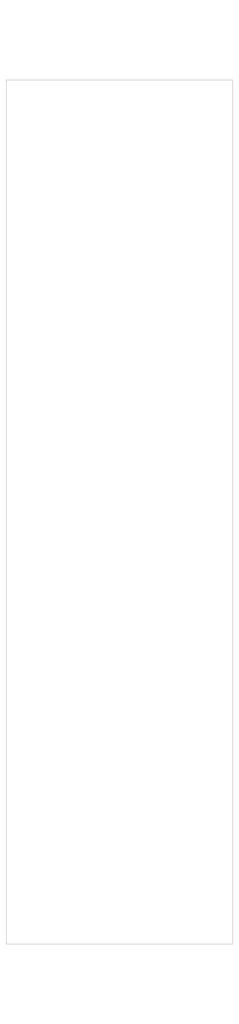
<source format=kicad_pcb>
(kicad_pcb (version 20211014) (generator pcbnew)

  (general
    (thickness 1.6)
  )

  (paper "A4")
  (layers
    (0 "F.Cu" signal)
    (31 "B.Cu" signal)
    (32 "B.Adhes" user "B.Adhesive")
    (33 "F.Adhes" user "F.Adhesive")
    (34 "B.Paste" user)
    (35 "F.Paste" user)
    (36 "B.SilkS" user "B.Silkscreen")
    (37 "F.SilkS" user "F.Silkscreen")
    (38 "B.Mask" user)
    (39 "F.Mask" user)
    (40 "Dwgs.User" user "User.Drawings")
    (41 "Cmts.User" user "User.Comments")
    (42 "Eco1.User" user "User.Eco1")
    (43 "Eco2.User" user "User.Eco2")
    (44 "Edge.Cuts" user)
    (45 "Margin" user)
    (46 "B.CrtYd" user "B.Courtyard")
    (47 "F.CrtYd" user "F.Courtyard")
    (48 "B.Fab" user)
    (49 "F.Fab" user)
    (50 "User.1" user)
    (51 "User.2" user)
    (52 "User.3" user)
    (53 "User.4" user)
    (54 "User.5" user)
    (55 "User.6" user)
    (56 "User.7" user)
    (57 "User.8" user)
    (58 "User.9" user)
  )

  (setup
    (pad_to_mask_clearance 0)
    (pcbplotparams
      (layerselection 0x00010fc_ffffffff)
      (disableapertmacros false)
      (usegerberextensions false)
      (usegerberattributes true)
      (usegerberadvancedattributes true)
      (creategerberjobfile true)
      (svguseinch false)
      (svgprecision 6)
      (excludeedgelayer true)
      (plotframeref false)
      (viasonmask false)
      (mode 1)
      (useauxorigin false)
      (hpglpennumber 1)
      (hpglpenspeed 20)
      (hpglpendiameter 15.000000)
      (dxfpolygonmode true)
      (dxfimperialunits true)
      (dxfusepcbnewfont true)
      (psnegative false)
      (psa4output false)
      (plotreference true)
      (plotvalue true)
      (plotinvisibletext false)
      (sketchpadsonfab false)
      (subtractmaskfromsilk false)
      (outputformat 1)
      (mirror false)
      (drillshape 1)
      (scaleselection 1)
      (outputdirectory "")
    )
  )

  (net 0 "")

  (gr_line (start 0.75 10) (end 0.75 118.5) (layer "Edge.Cuts") (width 0.1) (tstamp 1a09a7cb-78f5-4989-9bdf-8b4c4a8beb1d))
  (gr_line (start 29.25 118.5) (end 29.25 10) (layer "Edge.Cuts") (width 0.1) (tstamp 2aef071e-f380-49c0-b1ba-860b2a4bd684))
  (gr_line (start 0.75 118.5) (end 29.25 118.5) (layer "Edge.Cuts") (width 0.1) (tstamp 347e4106-0ad8-4579-9925-c65107fafee2))
  (gr_line (start 0.75 10) (end 29.25 10) (layer "Edge.Cuts") (width 0.1) (tstamp c8cb28f7-4e0d-49a3-8b9b-fcff4adac1d4))
  (gr_line (start 30 0) (end 30 128.5) (layer "User.1") (width 0.1) (tstamp 14be568d-2e52-4aed-b81b-dddc75cbdd07))
  (gr_line (start 0 128.5) (end 0 0) (layer "User.1") (width 0.1) (tstamp 159574a9-ecec-48bb-adb0-3dc9e65d4e79))
  (gr_line (start 0 0) (end 30 0) (layer "User.1") (width 0.1) (tstamp 7a879184-fad8-4feb-afb5-86fe8d34f1f7))
  (gr_line (start 30 128.5) (end 0 128.5) (layer "User.1") (width 0.1) (tstamp bc3f6e1f-c81e-4889-865a-0e223a5a22e2))

)

</source>
